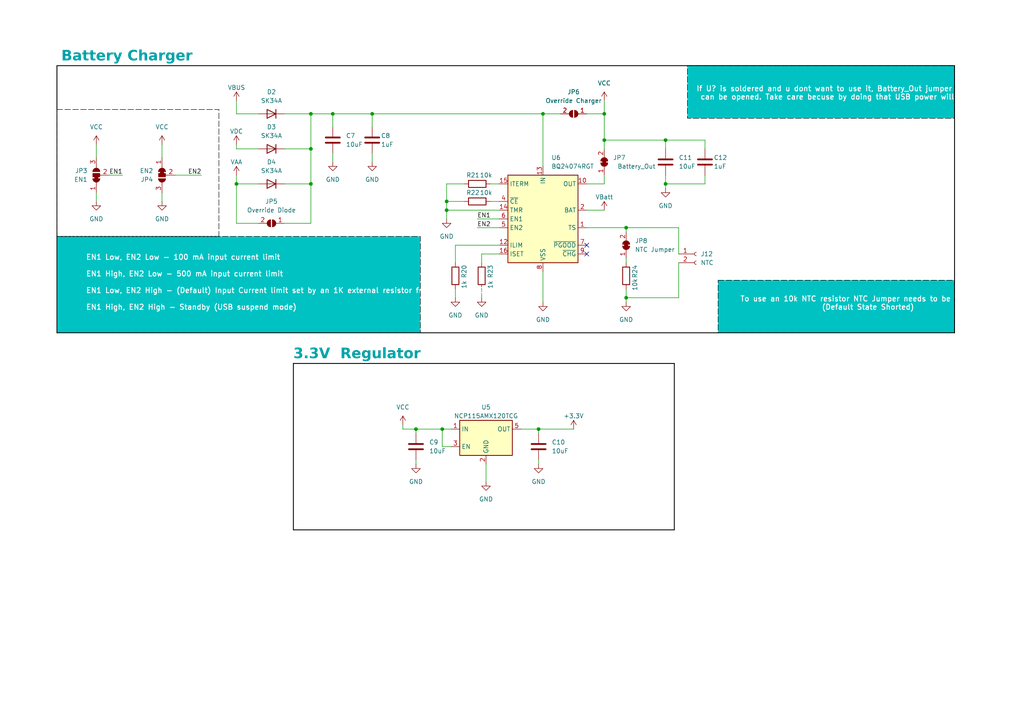
<source format=kicad_sch>
(kicad_sch (version 20231120) (generator "eeschema") (generator_version "8.0")
  (paper "A4")
  (title_block (title "Gas Weigther") (date "2023-11-04") (rev "1"))
  (lib_symbols
    (symbol "Battery_Management:BQ24074RGT"
      (property "Reference" "U" (at -8.89 13.97 0))
      (property "Value" "BQ24074RGT" (at 16.51 13.97 0))
      (symbol "BQ24074RGT_0_1"
        (rectangle (start -10.16 12.7) (end 10.16 -12.7) (stroke (width 0.254)) (fill (type background)))
      )
      (symbol "BQ24074RGT_1_1"
        (pin passive line (at 12.7 -2.54 180) (length 2.54) (name "TS") (number "1"))
        (pin power_out line (at 12.7 10.16 180) (length 2.54) (name "OUT") (number "10"))
        (pin passive line (at 12.7 10.16 180) (length 2.54) hide (name "OUT") (number "11"))
        (pin passive line (at -12.7 -7.62 0) (length 2.54) (name "ILIM") (number "12"))
        (pin power_in line (at 0 15.24 270) (length 2.54) (name "IN") (number "13"))
        (pin input line (at -12.7 2.54 0) (length 2.54) (name "TMR") (number "14"))
        (pin input line (at -12.7 10.16 0) (length 2.54) (name "ITERM") (number "15"))
        (pin passive line (at -12.7 -10.16 0) (length 2.54) (name "ISET") (number "16"))
        (pin passive line (at 0 -15.24 90) (length 2.54) hide (name "VSS") (number "17"))
        (pin power_out line (at 12.7 2.54 180) (length 2.54) (name "BAT") (number "2"))
        (pin passive line (at 12.7 2.54 180) (length 2.54) hide (name "BAT") (number "3"))
        (pin input line (at -12.7 5.08 0) (length 2.54) (name "~{CE}") (number "4"))
        (pin input line (at -12.7 -2.54 0) (length 2.54) (name "EN2") (number "5"))
        (pin input line (at -12.7 0 0) (length 2.54) (name "EN1") (number "6"))
        (pin open_collector line (at 12.7 -7.62 180) (length 2.54) (name "~{PGOOD}") (number "7"))
        (pin power_in line (at 0 -15.24 90) (length 2.54) (name "VSS") (number "8"))
        (pin open_collector line (at 12.7 -10.16 180) (length 2.54) (name "~{CHG}") (number "9"))
      )
    )
    (symbol "Connector:Conn_01x02_Socket" (pin_names (offset 1.016) hide)
      (property "Reference" "J" (at 0 2.54 0))
      (property "Value" "Conn_01x02_Socket" (at 0 -5.08 0))
      (symbol "Conn_01x02_Socket_1_1"
        (arc (start 0 -2.032) (mid -0.5058 -2.54) (end 0 -3.048) (stroke (width 0.1524)))
        (polyline (pts (xy -1.27 -2.54) (xy -0.508 -2.54)) (stroke (width 0.1524)))
        (polyline (pts (xy -1.27 0) (xy -0.508 0)) (stroke (width 0.1524)))
        (arc (start 0 0.508) (mid -0.5058 0) (end 0 -0.508) (stroke (width 0.1524)))
        (pin passive line (at -5.08 0 0) (length 3.81) (name "Pin_1") (number "1"))
        (pin passive line (at -5.08 -2.54 0) (length 3.81) (name "Pin_2") (number "2"))
      )
    )
    (symbol "Device:C" (pin_numbers hide) (pin_names (offset 0.254))
      (property "Reference" "C" (at 0.635 2.54 0))
      (property "Value" "C" (at 0.635 -2.54 0))
      (symbol "C_0_1"
        (polyline (pts (xy -2.032 -0.762) (xy 2.032 -0.762)) (stroke (width 0.508)))
        (polyline (pts (xy -2.032 0.762) (xy 2.032 0.762)) (stroke (width 0.508)))
      )
      (symbol "C_1_1"
        (pin passive line (at 0 3.81 270) (length 2.794) (name "~") (number "1"))
        (pin passive line (at 0 -3.81 90) (length 2.794) (name "~") (number "2"))
      )
    )
    (symbol "Device:R" (pin_numbers hide) (pin_names (offset 0))
      (property "Reference" "R" (at 2.032 0 90))
      (property "Value" "R" (at 0 0 90))
      (symbol "R_0_1"
        (rectangle (start -1.016 -2.54) (end 1.016 2.54) (stroke (width 0.254)))
      )
      (symbol "R_1_1"
        (pin passive line (at 0 3.81 270) (length 1.27) (name "~") (number "1"))
        (pin passive line (at 0 -3.81 90) (length 1.27) (name "~") (number "2"))
      )
    )
    (symbol "Diode:1N4001" (pin_numbers hide) (pin_names hide)
      (property "Reference" "D" (at 0 2.54 0))
      (property "Value" "1N4001" (at 0 -2.54 0))
      (symbol "1N4001_0_1"
        (polyline (pts (xy -1.27 1.27) (xy -1.27 -1.27)) (stroke (width 0.254)))
        (polyline (pts (xy 1.27 0) (xy -1.27 0)))
        (polyline (pts (xy 1.27 1.27) (xy 1.27 -1.27) (xy -1.27 0) (xy 1.27 1.27)) (stroke (width 0.254)))
      )
      (symbol "1N4001_1_1"
        (pin passive line (at -3.81 0 0) (length 2.54) (name "K") (number "1"))
        (pin passive line (at 3.81 0 180) (length 2.54) (name "A") (number "2"))
      )
    )
    (symbol "Jumper:SolderJumper_2_Bridged" (pin_names (offset 0) hide)
      (property "Reference" "JP" (at 0 2.032 0))
      (property "Value" "SolderJumper_2_Bridged" (at 0 -2.54 0))
      (symbol "SolderJumper_2_Bridged_0_1"
        (rectangle (start -0.508 0.508) (end 0.508 -0.508) (fill (type outline)))
        (arc (start -0.254 1.016) (mid -1.2656 0) (end -0.254 -1.016))
        (arc (start -0.254 1.016) (mid -1.2656 0) (end -0.254 -1.016) (fill (type outline)))
        (polyline (pts (xy -0.254 1.016) (xy -0.254 -1.016)))
        (polyline (pts (xy 0.254 1.016) (xy 0.254 -1.016)))
        (arc (start 0.254 -1.016) (mid 1.2656 0) (end 0.254 1.016))
        (arc (start 0.254 -1.016) (mid 1.2656 0) (end 0.254 1.016) (fill (type outline)))
      )
      (symbol "SolderJumper_2_Bridged_1_1"
        (pin passive line (at -3.81 0 0) (length 2.54) (name "A") (number "1"))
        (pin passive line (at 3.81 0 180) (length 2.54) (name "B") (number "2"))
      )
    )
    (symbol "Jumper:SolderJumper_2_Open" (pin_names (offset 0) hide)
      (property "Reference" "JP" (at 0 2.032 0))
      (property "Value" "SolderJumper_2_Open" (at 0 -2.54 0))
      (symbol "SolderJumper_2_Open_0_1"
        (arc (start -0.254 1.016) (mid -1.2656 0) (end -0.254 -1.016))
        (arc (start -0.254 1.016) (mid -1.2656 0) (end -0.254 -1.016) (fill (type outline)))
        (polyline (pts (xy -0.254 1.016) (xy -0.254 -1.016)))
        (polyline (pts (xy 0.254 1.016) (xy 0.254 -1.016)))
        (arc (start 0.254 -1.016) (mid 1.2656 0) (end 0.254 1.016))
        (arc (start 0.254 -1.016) (mid 1.2656 0) (end 0.254 1.016) (fill (type outline)))
      )
      (symbol "SolderJumper_2_Open_1_1"
        (pin passive line (at -3.81 0 0) (length 2.54) (name "A") (number "1"))
        (pin passive line (at 3.81 0 180) (length 2.54) (name "B") (number "2"))
      )
    )
    (symbol "Jumper:SolderJumper_3_Bridged12" (pin_names (offset 0) hide)
      (property "Reference" "JP" (at -2.54 -2.54 0))
      (property "Value" "SolderJumper_3_Bridged12" (at 0 2.794 0))
      (symbol "SolderJumper_3_Bridged12_0_1"
        (rectangle (start -1.016 0.508) (end -0.508 -0.508) (fill (type outline)))
        (arc (start -1.016 1.016) (mid -2.0276 0) (end -1.016 -1.016))
        (arc (start -1.016 1.016) (mid -2.0276 0) (end -1.016 -1.016) (fill (type outline)))
        (rectangle (start -0.508 1.016) (end 0.508 -1.016) (fill (type outline)))
        (polyline (pts (xy -2.54 0) (xy -2.032 0)))
        (polyline (pts (xy -1.016 1.016) (xy -1.016 -1.016)))
        (polyline (pts (xy 0 -1.27) (xy 0 -1.016)))
        (polyline (pts (xy 1.016 1.016) (xy 1.016 -1.016)))
        (polyline (pts (xy 2.54 0) (xy 2.032 0)))
        (arc (start 1.016 -1.016) (mid 2.0276 0) (end 1.016 1.016))
        (arc (start 1.016 -1.016) (mid 2.0276 0) (end 1.016 1.016) (fill (type outline)))
      )
      (symbol "SolderJumper_3_Bridged12_1_1"
        (pin passive line (at -5.08 0 0) (length 2.54) (name "A") (number "1"))
        (pin passive line (at 0 -3.81 90) (length 2.54) (name "C") (number "2"))
        (pin passive line (at 5.08 0 180) (length 2.54) (name "B") (number "3"))
      )
    )
    (symbol "Power_Symbols:VBatt" (power) (pin_names (offset 0))
      (property "Value" "VBatt" (at 0 6.35 0))
      (symbol "VBatt_0_1"
        (polyline (pts (xy -0.762 1.27) (xy 0 2.54)))
        (polyline (pts (xy 0 0) (xy 0 2.54)))
        (polyline (pts (xy 0 2.54) (xy 0.762 1.27)))
      )
      (symbol "VBatt_1_1"
        (pin power_in line (at 0 0 90) (length 0) hide (name "VBatt") (number "1"))
      )
    )
    (symbol "Regulator_Linear:NCP115AMX120TCG"
      (property "Reference" "U1" (at 0 8.89 0))
      (property "Value" "NCP115AMX120TCG" (at 0 6.35 0))
      (symbol "NCP115AMX120TCG_0_1"
        (rectangle (start -7.62 5.08) (end 7.62 -5.08) (stroke (width 0.254)) (fill (type background)))
      )
      (symbol "NCP115AMX120TCG_1_1"
        (pin power_in line (at -10.16 2.54 0) (length 2.54) (name "IN") (number "1"))
        (pin power_in line (at 0 -7.62 90) (length 2.54) (name "GND") (number "2"))
        (pin input line (at -10.16 -2.54 0) (length 2.54) (name "EN") (number "3"))
        (pin passive line (at 0 -7.62 90) (length 2.54) hide (name "GND") (number "5"))
        (pin power_out line (at 10.16 2.54 180) (length 2.54) (name "OUT") (number "5"))
      )
    )
    (symbol "power:+3.3V" (power) (pin_names (offset 0))
      (property "Value" "+3.3V" (at 0 3.556 0))
      (symbol "+3.3V_0_1"
        (polyline (pts (xy -0.762 1.27) (xy 0 2.54)))
        (polyline (pts (xy 0 0) (xy 0 2.54)))
        (polyline (pts (xy 0 2.54) (xy 0.762 1.27)))
      )
      (symbol "+3.3V_1_1"
        (pin power_in line (at 0 0 90) (length 0) hide (name "+3.3V") (number "1"))
      )
    )
    (symbol "power:GND" (power) (pin_names (offset 0))
      (property "Value" "GND" (at 0 -3.81 0))
      (symbol "GND_0_1"
        (polyline (pts (xy 0 0) (xy 0 -1.27) (xy 1.27 -1.27) (xy 0 -2.54) (xy -1.27 -1.27) (xy 0 -1.27)))
      )
      (symbol "GND_1_1"
        (pin power_in line (at 0 0 270) (length 0) hide (name "GND") (number "1"))
      )
    )
    (symbol "power:VAA" (power) (pin_names (offset 0))
      (property "Value" "VAA" (at 0 3.81 0))
      (symbol "VAA_0_1"
        (polyline (pts (xy -0.762 1.27) (xy 0 2.54)))
        (polyline (pts (xy 0 0) (xy 0 2.54)))
        (polyline (pts (xy 0 2.54) (xy 0.762 1.27)))
      )
      (symbol "VAA_1_1"
        (pin power_in line (at 0 0 90) (length 0) hide (name "VAA") (number "1"))
      )
    )
    (symbol "power:VBUS" (power) (pin_names (offset 0))
      (property "Value" "VBUS" (at 0 3.81 0))
      (symbol "VBUS_0_1"
        (polyline (pts (xy -0.762 1.27) (xy 0 2.54)))
        (polyline (pts (xy 0 0) (xy 0 2.54)))
        (polyline (pts (xy 0 2.54) (xy 0.762 1.27)))
      )
      (symbol "VBUS_1_1"
        (pin power_in line (at 0 0 90) (length 0) hide (name "VBUS") (number "1"))
      )
    )
    (symbol "power:VCC" (power) (pin_names (offset 0))
      (property "Value" "VCC" (at 0 3.81 0))
      (symbol "VCC_0_1"
        (polyline (pts (xy -0.762 1.27) (xy 0 2.54)))
        (polyline (pts (xy 0 0) (xy 0 2.54)))
        (polyline (pts (xy 0 2.54) (xy 0.762 1.27)))
      )
      (symbol "VCC_1_1"
        (pin power_in line (at 0 0 90) (length 0) hide (name "VCC") (number "1"))
      )
    )
    (symbol "power:VDC" (power) (pin_names (offset 0))
      (property "Value" "VDC" (at 0 6.35 0))
      (symbol "VDC_0_1"
        (polyline (pts (xy -0.762 1.27) (xy 0 2.54)))
        (polyline (pts (xy 0 0) (xy 0 2.54)))
        (polyline (pts (xy 0 2.54) (xy 0.762 1.27)))
      )
      (symbol "VDC_1_1"
        (pin power_in line (at 0 0 90) (length 0) hide (name "VDC") (number "1"))
      )
    )
  )
  (junction (at 120.65 124.46))
  (junction (at 129.54 58.42))
  (junction (at 181.61 66.04))
  (junction (at 90.17 43.18))
  (junction (at 90.17 53.34))
  (junction (at 157.48 33.02))
  (junction (at 129.54 60.96))
  (junction (at 128.27 124.46))
  (junction (at 96.52 33.02))
  (junction (at 90.17 33.02))
  (junction (at 193.04 40.64))
  (junction (at 175.26 40.64))
  (junction (at 156.21 124.46))
  (junction (at 68.58 53.34))
  (junction (at 107.95 33.02))
  (junction (at 193.04 53.34))
  (junction (at 181.61 86.36))
  (junction (at 175.26 33.02))
  (no_connect (at 170.18 73.66))
  (no_connect (at 170.18 71.12))
  (wire (pts (xy 46.99 41.91) (xy 46.99 45.72)))
  (wire (pts (xy 181.61 67.31) (xy 181.61 66.04)))
  (wire (pts (xy 139.7 73.66) (xy 139.7 76.2)))
  (wire (pts (xy 138.43 63.5) (xy 144.78 63.5)))
  (wire (pts (xy 181.61 83.82) (xy 181.61 86.36)))
  (wire (pts (xy 175.26 40.64) (xy 175.26 43.18)))
  (wire (pts (xy 156.21 124.46) (xy 166.37 124.46)))
  (wire (pts (xy 82.55 43.18) (xy 90.17 43.18)))
  (polyline (pts (xy 85.09 105.41) (xy 195.58 105.41)) (stroke (width 0.25) (type solid) (color 0 0 0 1)))
  (wire (pts (xy 196.85 73.66) (xy 196.85 66.04)))
  (wire (pts (xy 90.17 64.77) (xy 90.17 53.34)))
  (wire (pts (xy 144.78 73.66) (xy 139.7 73.66)))
  (wire (pts (xy 196.85 76.2) (xy 196.85 86.36)))
  (wire (pts (xy 142.24 53.34) (xy 144.78 53.34)))
  (wire (pts (xy 31.75 50.8) (xy 35.56 50.8)))
  (wire (pts (xy 132.08 76.2) (xy 132.08 71.12)))
  (wire (pts (xy 181.61 86.36) (xy 181.61 87.63)))
  (wire (pts (xy 50.8 50.8) (xy 58.42 50.8)))
  (wire (pts (xy 204.47 40.64) (xy 193.04 40.64)))
  (wire (pts (xy 68.58 53.34) (xy 74.93 53.34)))
  (polyline (pts (xy 276.86 19.05) (xy 276.86 96.52)) (stroke (width 0.25) (type solid) (color 0 0 0 1)))
  (wire (pts (xy 129.54 58.42) (xy 134.62 58.42)))
  (wire (pts (xy 96.52 44.45) (xy 96.52 46.99)))
  (wire (pts (xy 204.47 40.64) (xy 204.47 43.18)))
  (wire (pts (xy 27.94 55.88) (xy 27.94 58.42)))
  (wire (pts (xy 181.61 76.2) (xy 181.61 74.93)))
  (polyline (pts (xy 16.51 19.05) (xy 16.51 96.52)) (stroke (width 0.25) (type solid) (color 0 0 0 1)))
  (wire (pts (xy 193.04 53.34) (xy 193.04 54.61)))
  (wire (pts (xy 181.61 66.04) (xy 170.18 66.04)))
  (wire (pts (xy 156.21 124.46) (xy 156.21 125.73)))
  (wire (pts (xy 68.58 33.02) (xy 74.93 33.02)))
  (polyline (pts (xy 195.58 105.41) (xy 195.58 153.67)) (stroke (width 0.25) (type solid) (color 0 0 0 1)))
  (wire (pts (xy 129.54 53.34) (xy 134.62 53.34)))
  (wire (pts (xy 193.04 53.34) (xy 204.47 53.34)))
  (wire (pts (xy 204.47 50.8) (xy 204.47 53.34)))
  (wire (pts (xy 132.08 83.82) (xy 132.08 86.36)))
  (wire (pts (xy 82.55 64.77) (xy 90.17 64.77)))
  (polyline (pts (xy 16.51 19.05) (xy 276.86 19.05)) (stroke (width 0.25) (type solid) (color 0 0 0 1)))
  (wire (pts (xy 128.27 124.46) (xy 130.81 124.46)))
  (wire (pts (xy 120.65 124.46) (xy 128.27 124.46)))
  (wire (pts (xy 96.52 33.02) (xy 107.95 33.02)))
  (wire (pts (xy 175.26 50.8) (xy 175.26 53.34)))
  (wire (pts (xy 196.85 86.36) (xy 181.61 86.36)))
  (wire (pts (xy 129.54 58.42) (xy 129.54 53.34)))
  (wire (pts (xy 82.55 53.34) (xy 90.17 53.34)))
  (wire (pts (xy 138.43 66.04) (xy 144.78 66.04)))
  (wire (pts (xy 68.58 43.18) (xy 74.93 43.18)))
  (wire (pts (xy 129.54 60.96) (xy 144.78 60.96)))
  (wire (pts (xy 107.95 44.45) (xy 107.95 46.99)))
  (wire (pts (xy 170.18 60.96) (xy 175.26 60.96)))
  (wire (pts (xy 157.48 33.02) (xy 157.48 48.26)))
  (wire (pts (xy 175.26 29.21) (xy 175.26 33.02)))
  (wire (pts (xy 129.54 60.96) (xy 129.54 58.42)))
  (wire (pts (xy 170.18 33.02) (xy 175.26 33.02)))
  (polyline (pts (xy 85.09 105.41) (xy 85.09 153.67)) (stroke (width 0.25) (type solid) (color 0 0 0 1)))
  (wire (pts (xy 74.93 64.77) (xy 68.58 64.77)))
  (wire (pts (xy 128.27 129.54) (xy 128.27 124.46)))
  (wire (pts (xy 151.13 124.46) (xy 156.21 124.46)))
  (wire (pts (xy 156.21 133.35) (xy 156.21 134.62)))
  (wire (pts (xy 193.04 50.8) (xy 193.04 53.34)))
  (wire (pts (xy 68.58 41.91) (xy 68.58 43.18)))
  (wire (pts (xy 68.58 29.21) (xy 68.58 33.02)))
  (wire (pts (xy 90.17 33.02) (xy 96.52 33.02)))
  (wire (pts (xy 132.08 71.12) (xy 144.78 71.12)))
  (wire (pts (xy 157.48 33.02) (xy 162.56 33.02)))
  (wire (pts (xy 140.97 134.62) (xy 140.97 139.7)))
  (wire (pts (xy 68.58 53.34) (xy 68.58 50.8)))
  (wire (pts (xy 196.85 66.04) (xy 181.61 66.04)))
  (wire (pts (xy 116.84 124.46) (xy 120.65 124.46)))
  (wire (pts (xy 107.95 33.02) (xy 107.95 36.83)))
  (wire (pts (xy 193.04 40.64) (xy 193.04 43.18)))
  (wire (pts (xy 82.55 33.02) (xy 90.17 33.02)))
  (wire (pts (xy 139.7 83.82) (xy 139.7 86.36)))
  (wire (pts (xy 96.52 33.02) (xy 96.52 36.83)))
  (wire (pts (xy 129.54 63.5) (xy 129.54 60.96)))
  (polyline (pts (xy 195.58 153.67) (xy 85.09 153.67)) (stroke (width 0.25) (type solid) (color 0 0 0 1)))
  (wire (pts (xy 90.17 33.02) (xy 90.17 43.18)))
  (polyline (pts (xy 276.86 96.52) (xy 16.51 96.52)) (stroke (width 0.25) (type solid) (color 0 0 0 1)))
  (wire (pts (xy 68.58 64.77) (xy 68.58 53.34)))
  (wire (pts (xy 116.84 123.19) (xy 116.84 124.46)))
  (wire (pts (xy 130.81 129.54) (xy 128.27 129.54)))
  (wire (pts (xy 107.95 33.02) (xy 157.48 33.02)))
  (wire (pts (xy 120.65 133.35) (xy 120.65 134.62)))
  (wire (pts (xy 170.18 53.34) (xy 175.26 53.34)))
  (wire (pts (xy 157.48 78.74) (xy 157.48 87.63)))
  (wire (pts (xy 46.99 55.88) (xy 46.99 58.42)))
  (wire (pts (xy 90.17 43.18) (xy 90.17 53.34)))
  (wire (pts (xy 120.65 124.46) (xy 120.65 125.73)))
  (wire (pts (xy 27.94 41.91) (xy 27.94 45.72)))
  (wire (pts (xy 175.26 33.02) (xy 175.26 40.64)))
  (wire (pts (xy 142.24 58.42) (xy 144.78 58.42)))
  (wire (pts (xy 175.26 40.64) (xy 193.04 40.64)))
  (rectangle (start 16.51 31.75) (end 63.5 68.58) (stroke (width 0) (type dash) (color 0 0 0 1)) (fill (type color) (color 255 255 255 1)))
  (rectangle (start 16.51 68.58) (end 121.92 96.52) (stroke (width 0) (type dash) (color 0 0 0 1)) (fill (type color) (color 0 194 194 1)))
  (rectangle (start 208.28 81.28) (end 276.86 96.52) (stroke (width 0) (type dash) (color 0 0 0 1)) (fill (type color) (color 0 194 194 1)))
  (rectangle (start 199.39 19.05) (end 276.86 34.29) (stroke (width 0) (type dash) (color 0 0 0 1)) (fill (type color) (color 0 194 194 1)))
  (text "Battery Charger\n" (at 17.78 19.05 0) (effects (font (size 3 3) (thickness 0.6) (bold yes)) (justify left bottom)))
  (text "\n\n    EN1 Low, EN2 Low - 100 mA input current limit\n\n    EN1 High, EN2 Low - 500 mA input current limit \n\n    EN1 Low, EN2 High - (Default) Input Current limit set by an 1K external resistor from ILIM to GND\n\n    EN1 High, EN2 High - Standby (USB suspend mode)\n" (at 20.32 90.17 0) (effects (font (size 1.5 1.5) (thickness 0.2508) (bold yes)) (justify left bottom)))
  (text "3.3V  Regulator" (at 85.09 105.41 0) (effects (font (size 3 3) (thickness 0.6) (bold yes)) (justify left bottom)))
  (text "If U? is soldered and u dont want to use it, Battery_Out jumper\n can be opened. Take care becuse by doing that USB power will not work" (at 201.93 29.21 0) (effects (font (size 1.5 1.5) (thickness 0.2508) (bold yes)) (justify left bottom)))
  (text "To use an 10k NTC resistor NTC Jumper needs to be open.\n				(Default State Shorted) " (at 214.63 90.17 0) (effects (font (size 1.5 1.5) (thickness 0.2508) (bold yes)) (justify left bottom)))
  (label "EN1" (at 35.56 50.8 180))
  (label "EN2" (at 138.43 66.04 0))
  (label "EN1" (at 138.43 63.5 0))
  (label "EN2" (at 58.42 50.8 180))
  (symbol (lib_id "Diode:1N4001") (at 78.74 53.34 180) (unit 1)
    (property "Reference" "D4" (at 78.74 46.99 0))
    (property "Value" "SK34A" (at 78.74 49.53 0))
    (property "Footprint" "Diode_SMD:D_0805_2012Metric" (effects (hide yes)))
    (property "Datasheet" "http://www.vishay.com/docs/88503/1n4001.pdf" (effects (hide yes)))
    (property "Sim.Device" "D" (effects (hide yes)))
    (property "Sim.Pins" "1=K 2=A" (effects (hide yes)))
  )
  (symbol (lib_id "Device:R") (at 132.08 80.01 0) (unit 1)
    (property "Reference" "R20" (at 134.62 78.74 90))
    (property "Value" "1k" (at 134.62 82.55 90))
    (property "Footprint" "Resistor_SMD:R_0805_2012Metric_Pad1.20x1.40mm_HandSolder" (effects (hide yes)))
    (instances (project "GasWeighter" (path "" (reference "R20") (unit 1))) (project "Arbolito" (path "" (reference "R11") (unit 1))))
  )
  (symbol (lib_id "power:VCC") (at 46.99 41.91 0) (unit 1)
    (property "Reference" "#PWR060" (effects (hide yes)))
    (property "Value" "VCC" (at 46.99 36.83 0))
    (instances (project "GasWeighter" (path "" (reference "#PWR060") (unit 1))) (project "Arbolito" (path "" (reference "#PWR016") (unit 1))))
  )
  (symbol (lib_id "Diode:1N4001") (at 78.74 43.18 180) (unit 1)
    (property "Reference" "D3" (at 78.74 36.83 0))
    (property "Value" "SK34A" (at 78.74 39.37 0))
    (property "Footprint" "Diode_SMD:D_0805_2012Metric" (effects (hide yes)))
    (property "Datasheet" "http://www.vishay.com/docs/88503/1n4001.pdf" (effects (hide yes)))
    (property "Sim.Device" "D" (effects (hide yes)))
    (property "Sim.Pins" "1=K 2=A" (effects (hide yes)))
  )
  (symbol (lib_id "Jumper:SolderJumper_2_Bridged") (at 175.26 46.99 90) (unit 1)
    (property "Reference" "JP7" (at 177.8 45.7199 90) (effects (justify right)))
    (property "Value" "Battery_Out" (at 179.07 48.26 90) (effects (justify right)))
    (property "Footprint" "Jumper:SolderJumper-2_P1.3mm_Bridged_RoundedPad1.0x1.5mm" (effects (hide yes)))
  )
  (symbol (lib_id "Regulator_Linear:NCP115AMX120TCG") (at 140.97 127 0) (unit 1)
    (property "Reference" "U5" (at 140.97 118.11 0))
    (property "Value" "NCP115AMX120TCG" (at 140.97 120.65 0))
    (property "Footprint" "Package_TO_SOT_SMD:SOT-23-5_HandSoldering" (effects (hide yes)))
    (property "Datasheet" "https://www.onsemi.com/pub/Collateral/NCP115-D.PDF" (effects (hide yes)))
    (instances (project "GasWeighter" (path "" (reference "U5") (unit 1))) (project "Arbolito" (path "" (reference "U1") (unit 1))))
  )
  (symbol (lib_id "Connector:Conn_01x02_Socket") (at 201.93 73.66 0) (unit 1)
    (property "Reference" "J12" (at 203.2 73.6599 0) (effects (justify left)))
    (property "Value" "NTC" (at 203.2 76.1999 0) (effects (justify left)))
    (property "Footprint" "Connector_JST:JST_PH_B2B-PH-K_1x02_P2.00mm_Vertical" (effects (hide yes)))
  )
  (symbol (lib_id "power:GND") (at 129.54 63.5 0) (unit 1)
    (property "Reference" "#PWR055" (effects (hide yes)))
    (property "Value" "GND" (at 129.54 68.58 0))
    (instances (project "GasWeighter" (path "" (reference "#PWR055") (unit 1))) (project "Arbolito" (path "" (reference "#PWR023") (unit 1))))
  )
  (symbol (lib_id "power:VCC") (at 116.84 123.19 0) (unit 1)
    (property "Reference" "#PWR026" (effects (hide yes)))
    (property "Value" "VCC" (at 116.84 118.11 0))
    (instances (project "GasWeighter" (path "" (reference "#PWR026") (unit 1))) (project "Arbolito" (path "" (reference "#PWR016") (unit 1))))
  )
  (symbol (lib_id "power:GND") (at 107.95 46.99 0) (unit 1)
    (property "Reference" "#PWR053" (effects (hide yes)))
    (property "Value" "GND" (at 107.95 52.07 0))
    (instances (project "GasWeighter" (path "" (reference "#PWR053") (unit 1))) (project "Arbolito" (path "" (reference "#PWR023") (unit 1))))
  )
  (symbol (lib_id "Device:R") (at 139.7 80.01 0) (unit 1)
    (property "Reference" "R23" (at 142.24 78.74 90))
    (property "Value" "1k" (at 142.24 82.55 90))
    (property "Footprint" "Resistor_SMD:R_0805_2012Metric_Pad1.20x1.40mm_HandSolder" (effects (hide yes)))
    (instances (project "GasWeighter" (path "" (reference "R23") (unit 1))) (project "Arbolito" (path "" (reference "R11") (unit 1))))
  )
  (symbol (lib_id "power:GND") (at 193.04 54.61 0) (unit 1)
    (property "Reference" "#PWR064" (effects (hide yes)))
    (property "Value" "GND" (at 193.04 59.69 0))
    (instances (project "GasWeighter" (path "" (reference "#PWR064") (unit 1))) (project "Arbolito" (path "" (reference "#PWR023") (unit 1))))
  )
  (symbol (lib_id "power:GND") (at 139.7 86.36 0) (unit 1)
    (property "Reference" "#PWR058" (effects (hide yes)))
    (property "Value" "GND" (at 139.7 91.44 0))
    (instances (project "GasWeighter" (path "" (reference "#PWR058") (unit 1))) (project "Arbolito" (path "" (reference "#PWR023") (unit 1))))
  )
  (symbol (lib_id "power:VCC") (at 175.26 29.21 0) (unit 1)
    (property "Reference" "#PWR057" (effects (hide yes)))
    (property "Value" "VCC" (at 175.26 24.13 0))
    (instances (project "GasWeighter" (path "" (reference "#PWR057") (unit 1))) (project "Arbolito" (path "" (reference "#PWR016") (unit 1))))
  )
  (symbol (lib_id "power:VAA") (at 68.58 50.8 0) (unit 1)
    (property "Reference" "#PWR027" (effects (hide yes)))
    (property "Value" "VAA" (at 68.58 46.99 0))
  )
  (symbol (lib_id "power:GND") (at 156.21 134.62 0) (unit 1)
    (property "Reference" "#PWR069" (effects (hide yes)))
    (property "Value" "GND" (at 156.21 139.7 0))
    (instances (project "GasWeighter" (path "" (reference "#PWR069") (unit 1))) (project "Arbolito" (path "" (reference "#PWR014") (unit 1))))
  )
  (symbol (lib_id "Device:C") (at 107.95 40.64 0) (unit 1)
    (property "Reference" "C8" (at 110.49 39.3699 0) (effects (justify left)))
    (property "Value" "1uF" (at 110.49 41.91 0) (effects (justify left)))
    (property "Footprint" "Capacitor_SMD:C_0603_1608Metric_Pad1.08x0.95mm_HandSolder" (effects (hide yes)))
    (instances (project "GasWeighter" (path "" (reference "C8") (unit 1))) (project "Brushed controller" (path "" (reference "C7") (unit 1))))
  )
  (symbol (lib_id "Device:C") (at 204.47 46.99 0) (unit 1)
    (property "Reference" "C12" (at 207.01 45.7199 0) (effects (justify left)))
    (property "Value" "1uF" (at 207.01 48.26 0) (effects (justify left)))
    (property "Footprint" "Capacitor_SMD:C_0603_1608Metric_Pad1.08x0.95mm_HandSolder" (effects (hide yes)))
    (instances (project "GasWeighter" (path "" (reference "C12") (unit 1))) (project "Brushed controller" (path "" (reference "C7") (unit 1))))
  )
  (symbol (lib_id "power:VBUS") (at 68.58 29.21 0) (unit 1)
    (property "Reference" "#PWR051" (effects (hide yes)))
    (property "Value" "VBUS" (at 68.58 25.4 0))
    (instances (project "GasWeighter" (path "" (reference "#PWR051") (unit 1))) (project "Arbolito" (path "" (reference "#PWR09") (unit 1))))
  )
  (symbol (lib_id "power:VDC") (at 68.58 41.91 0) (unit 1)
    (property "Reference" "#PWR02" (effects (hide yes)))
    (property "Value" "VDC" (at 68.58 38.1 0))
  )
  (symbol (lib_id "Device:R") (at 181.61 80.01 0) (unit 1)
    (property "Reference" "R24" (at 184.15 78.74 90))
    (property "Value" "10k" (at 184.15 82.55 90))
    (property "Footprint" "Resistor_SMD:R_0805_2012Metric_Pad1.20x1.40mm_HandSolder" (effects (hide yes)))
    (instances (project "GasWeighter" (path "" (reference "R24") (unit 1))) (project "Arbolito" (path "" (reference "R11") (unit 1))))
  )
  (symbol (lib_id "Device:R") (at 138.43 58.42 90) (unit 1)
    (property "Reference" "R22" (at 137.16 55.88 90))
    (property "Value" "10k" (at 140.97 55.88 90))
    (property "Footprint" "Resistor_SMD:R_0805_2012Metric_Pad1.20x1.40mm_HandSolder" (effects (hide yes)))
    (instances (project "GasWeighter" (path "" (reference "R22") (unit 1))) (project "Arbolito" (path "" (reference "R11") (unit 1))))
  )
  (symbol (lib_id "Jumper:SolderJumper_3_Bridged12") (at 46.99 50.8 90) (mirror x) (unit 1)
    (property "Reference" "JP4" (at 44.45 52.0701 90) (effects (justify left)))
    (property "Value" "EN2" (at 44.45 49.5301 90) (effects (justify left)))
    (property "Footprint" "Jumper:SolderJumper-3_P1.3mm_Bridged12_RoundedPad1.0x1.5mm" (effects (hide yes)))
  )
  (symbol (lib_id "Device:C") (at 193.04 46.99 0) (unit 1)
    (property "Reference" "C11" (at 196.85 45.72 0) (effects (justify left)))
    (property "Value" "10uF" (at 196.85 48.26 0) (effects (justify left)))
    (property "Footprint" "Capacitor_SMD:C_0603_1608Metric_Pad1.08x0.95mm_HandSolder" (effects (hide yes)))
    (instances (project "GasWeighter" (path "" (reference "C11") (unit 1))) (project "Brushed controller" (path "" (reference "C1") (unit 1))))
  )
  (symbol (lib_id "Jumper:SolderJumper_2_Open") (at 78.74 64.77 180) (unit 1)
    (property "Reference" "JP5" (at 78.74 58.42 0))
    (property "Value" "Override Diode" (at 78.74 60.96 0))
    (property "Footprint" "Jumper:SolderJumper-2_P1.3mm_Open_RoundedPad1.0x1.5mm" (effects (hide yes)))
  )
  (symbol (lib_id "power:GND") (at 120.65 134.62 0) (unit 1)
    (property "Reference" "#PWR067" (effects (hide yes)))
    (property "Value" "GND" (at 120.65 139.7 0))
    (instances (project "GasWeighter" (path "" (reference "#PWR067") (unit 1))) (project "Arbolito" (path "" (reference "#PWR08") (unit 1))))
  )
  (symbol (lib_id "power:GND") (at 140.97 139.7 0) (unit 1)
    (property "Reference" "#PWR068" (effects (hide yes)))
    (property "Value" "GND" (at 140.97 144.78 0))
    (instances (project "GasWeighter" (path "" (reference "#PWR068") (unit 1))) (project "Arbolito" (path "" (reference "#PWR011") (unit 1))))
  )
  (symbol (lib_id "Device:C") (at 156.21 129.54 0) (unit 1)
    (property "Reference" "C10" (at 160.02 128.2699 0) (effects (justify left)))
    (property "Value" "10uF" (at 160.02 130.8099 0) (effects (justify left)))
    (property "Footprint" "Capacitor_SMD:C_0805_2012Metric" (effects (hide yes)))
    (instances (project "GasWeighter" (path "" (reference "C10") (unit 1))) (project "Arbolito" (path "" (reference "C2") (unit 1))))
  )
  (symbol (lib_id "Jumper:SolderJumper_3_Bridged12") (at 27.94 50.8 90) (unit 1)
    (property "Reference" "JP3" (at 25.4 49.5299 90) (effects (justify left)))
    (property "Value" "EN1" (at 25.4 52.0699 90) (effects (justify left)))
    (property "Footprint" "Jumper:SolderJumper-3_P1.3mm_Bridged12_RoundedPad1.0x1.5mm" (effects (hide yes)))
  )
  (symbol (lib_id "Device:C") (at 120.65 129.54 0) (unit 1)
    (property "Reference" "C9" (at 124.46 128.2699 0) (effects (justify left)))
    (property "Value" "10uF" (at 124.46 130.8099 0) (effects (justify left)))
    (property "Footprint" "Capacitor_SMD:C_0805_2012Metric" (effects (hide yes)))
    (instances (project "GasWeighter" (path "" (reference "C9") (unit 1))) (project "Arbolito" (path "" (reference "C1") (unit 1))))
  )
  (symbol (lib_id "Jumper:SolderJumper_2_Open") (at 166.37 33.02 180) (unit 1)
    (property "Reference" "JP6" (at 166.37 26.67 0))
    (property "Value" "Override Charger" (at 166.37 29.21 0))
    (property "Footprint" "Jumper:SolderJumper-2_P1.3mm_Open_RoundedPad1.0x1.5mm" (effects (hide yes)))
  )
  (symbol (lib_id "Device:R") (at 138.43 53.34 90) (unit 1)
    (property "Reference" "R21" (at 137.16 50.8 90))
    (property "Value" "10k" (at 140.97 50.8 90))
    (property "Footprint" "Resistor_SMD:R_0805_2012Metric_Pad1.20x1.40mm_HandSolder" (effects (hide yes)))
    (instances (project "GasWeighter" (path "" (reference "R21") (unit 1))) (project "Arbolito" (path "" (reference "R11") (unit 1))))
  )
  (symbol (lib_id "power:VCC") (at 27.94 41.91 0) (unit 1)
    (property "Reference" "#PWR059" (effects (hide yes)))
    (property "Value" "VCC" (at 27.94 36.83 0))
    (instances (project "GasWeighter" (path "" (reference "#PWR059") (unit 1))) (project "Arbolito" (path "" (reference "#PWR016") (unit 1))))
  )
  (symbol (lib_id "power:GND") (at 157.48 87.63 0) (unit 1)
    (property "Reference" "#PWR047" (effects (hide yes)))
    (property "Value" "GND" (at 157.48 92.71 0))
    (instances (project "GasWeighter" (path "" (reference "#PWR047") (unit 1))) (project "Arbolito" (path "" (reference "#PWR023") (unit 1))))
  )
  (symbol (lib_id "power:+3.3V") (at 166.37 124.46 0) (unit 1)
    (property "Reference" "#PWR070" (effects (hide yes)))
    (property "Value" "+3.3V" (at 166.37 120.65 0))
    (instances (project "GasWeighter" (path "" (reference "#PWR070") (unit 1))) (project "Arbolito" (path "" (reference "#PWR015") (unit 1))))
  )
  (symbol (lib_id "Jumper:SolderJumper_2_Bridged") (at 181.61 71.12 90) (unit 1)
    (property "Reference" "JP8" (at 184.15 69.8499 90) (effects (justify right)))
    (property "Value" "NTC Jumper" (at 184.15 72.3899 90) (effects (justify right)))
    (property "Footprint" "Jumper:SolderJumper-2_P1.3mm_Bridged_RoundedPad1.0x1.5mm" (effects (hide yes)))
  )
  (symbol (lib_id "Power_Symbols:VBatt") (at 175.26 60.96 0) (unit 1)
    (property "Reference" "#PWR054" (effects (hide yes)))
    (property "Value" "VBatt" (at 175.26 57.15 0))
  )
  (symbol (lib_id "Device:C") (at 96.52 40.64 0) (unit 1)
    (property "Reference" "C7" (at 100.33 39.37 0) (effects (justify left)))
    (property "Value" "10uF" (at 100.33 41.91 0) (effects (justify left)))
    (property "Footprint" "Capacitor_SMD:C_0603_1608Metric_Pad1.08x0.95mm_HandSolder" (effects (hide yes)))
    (instances (project "GasWeighter" (path "" (reference "C7") (unit 1))) (project "Brushed controller" (path "" (reference "C1") (unit 1))))
  )
  (symbol (lib_id "Diode:1N4001") (at 78.74 33.02 180) (unit 1)
    (property "Reference" "D2" (at 78.74 26.67 0))
    (property "Value" "SK34A" (at 78.74 29.21 0))
    (property "Footprint" "Diode_SMD:D_0805_2012Metric" (effects (hide yes)))
    (property "Datasheet" "http://www.vishay.com/docs/88503/1n4001.pdf" (effects (hide yes)))
    (property "Sim.Device" "D" (effects (hide yes)))
    (property "Sim.Pins" "1=K 2=A" (effects (hide yes)))
  )
  (symbol (lib_id "power:GND") (at 27.94 58.42 0) (unit 1)
    (property "Reference" "#PWR061" (effects (hide yes)))
    (property "Value" "GND" (at 27.94 63.5 0))
    (instances (project "GasWeighter" (path "" (reference "#PWR061") (unit 1))) (project "Brushed controller" (path "" (reference "#PWR07") (unit 1))))
  )
  (symbol (lib_id "power:GND") (at 181.61 87.63 0) (unit 1)
    (property "Reference" "#PWR063" (effects (hide yes)))
    (property "Value" "GND" (at 181.61 92.71 0))
    (instances (project "GasWeighter" (path "" (reference "#PWR063") (unit 1))) (project "Arbolito" (path "" (reference "#PWR023") (unit 1))))
  )
  (symbol (lib_id "Battery_Management:BQ24074RGT") (at 157.48 63.5 0) (unit 1)
    (property "Reference" "U6" (at 159.9056 45.72 0) (effects (justify left)))
    (property "Value" "BQ24074RGT" (at 159.9056 48.26 0) (effects (justify left)))
    (property "Footprint" "Package_DFN_QFN:VQFN-16-1EP_3x3mm_P0.5mm_EP1.6x1.6mm" (effects (hide yes)))
    (property "Datasheet" "http://www.ti.com/lit/ds/symlink/bq24074.pdf" (effects (hide yes)))
  )
  (symbol (lib_id "power:GND") (at 46.99 58.42 0) (unit 1)
    (property "Reference" "#PWR062" (effects (hide yes)))
    (property "Value" "GND" (at 46.99 63.5 0))
    (instances (project "GasWeighter" (path "" (reference "#PWR062") (unit 1))) (project "Brushed controller" (path "" (reference "#PWR07") (unit 1))))
  )
  (symbol (lib_id "power:GND") (at 96.52 46.99 0) (unit 1)
    (property "Reference" "#PWR052" (effects (hide yes)))
    (property "Value" "GND" (at 96.52 52.07 0))
    (instances (project "GasWeighter" (path "" (reference "#PWR052") (unit 1))) (project "Arbolito" (path "" (reference "#PWR023") (unit 1))))
  )
  (symbol (lib_id "power:GND") (at 132.08 86.36 0) (unit 1)
    (property "Reference" "#PWR056" (effects (hide yes)))
    (property "Value" "GND" (at 132.08 91.44 0))
    (instances (project "GasWeighter" (path "" (reference "#PWR056") (unit 1))) (project "Arbolito" (path "" (reference "#PWR023") (unit 1))))
  )
)
</source>
